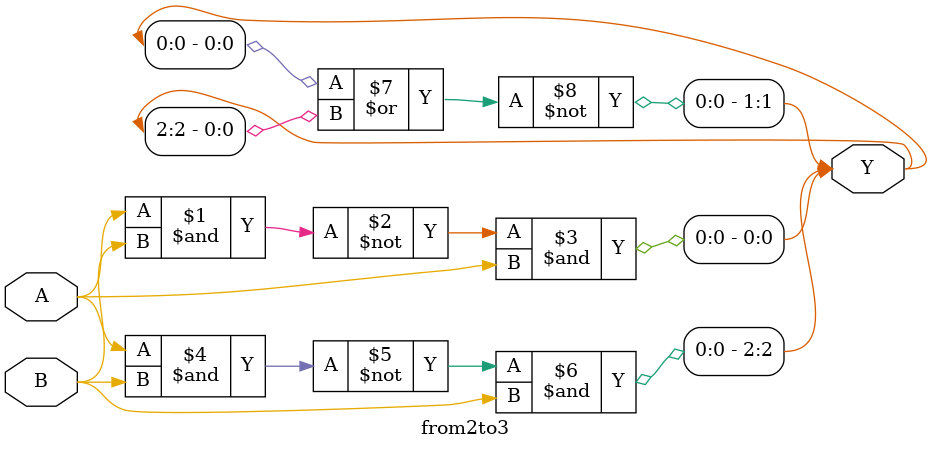
<source format=v>
module from2to3 (
    Y,
    A,
    B
);

  // params
  output [2:0] Y;
  input A, B;

  // logics
  assign Y[0] = (~(A & B)) & A;
  assign Y[2] = (~(A & B)) & B;
  assign Y[1] = ~(Y[0] | Y[2]);

endmodule  //from2to3

</source>
